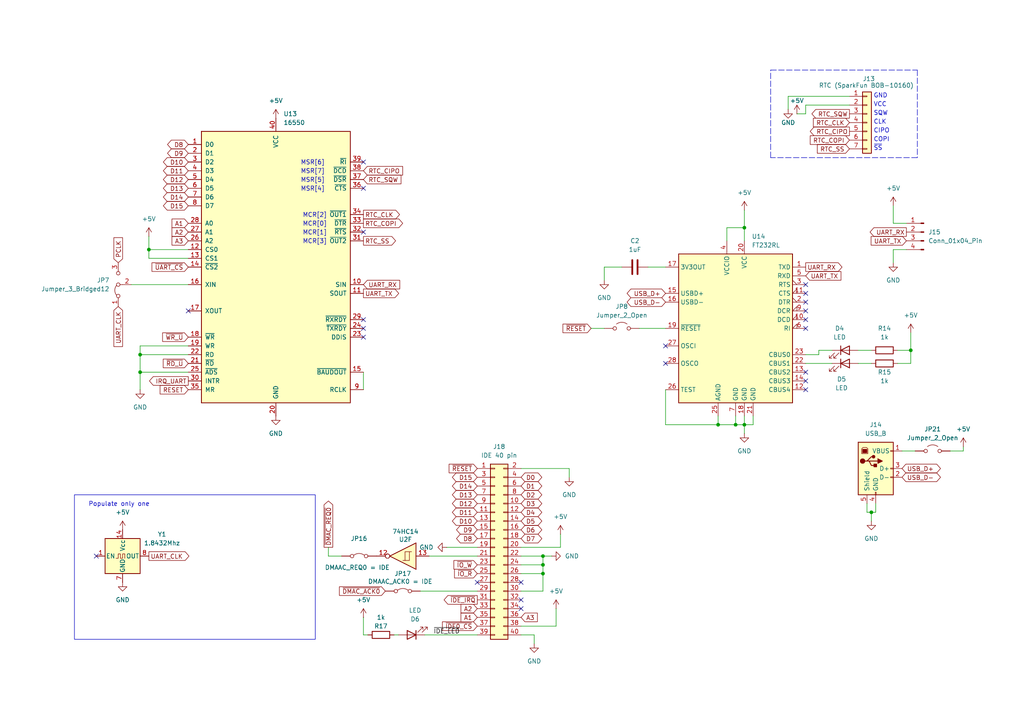
<source format=kicad_sch>
(kicad_sch (version 20250114) (generator "eeschema") (generator_version "9.0")
  (paper "A4")
  (lib_symbols
    (symbol "74xx:74HC14" (pin_names (offset 1.016))
      (property "Reference" "U" (at 0 1.27 0))
      (property "Value" "74HC14" (at 0 -1.27 0))
      (symbol "74HC14_1_0"
        (polyline (pts (xy -3.81 3.81) (xy -3.81 -3.81) (xy 3.81 0) (xy -3.81 3.81)) (stroke (width 0.254)) (fill (type background)))
        (pin input line (at -7.62 0 0) (length 3.81) (name "~") (number "1"))
        (pin output inverted (at 7.62 0 180) (length 3.81) (name "~") (number "2"))
      )
      (symbol "74HC14_1_1"
        (polyline (pts (xy -2.54 -1.27) (xy -0.635 -1.27) (xy -0.635 1.27) (xy 0 1.27)))
        (polyline (pts (xy -1.905 -1.27) (xy -1.905 1.27) (xy -0.635 1.27)))
      )
      (symbol "74HC14_2_0"
        (polyline (pts (xy -3.81 3.81) (xy -3.81 -3.81) (xy 3.81 0) (xy -3.81 3.81)) (stroke (width 0.254)) (fill (type background)))
        (pin input line (at -7.62 0 0) (length 3.81) (name "~") (number "3"))
        (pin output inverted (at 7.62 0 180) (length 3.81) (name "~") (number "4"))
      )
      (symbol "74HC14_2_1"
        (polyline (pts (xy -2.54 -1.27) (xy -0.635 -1.27) (xy -0.635 1.27) (xy 0 1.27)))
        (polyline (pts (xy -1.905 -1.27) (xy -1.905 1.27) (xy -0.635 1.27)))
      )
      (symbol "74HC14_3_0"
        (polyline (pts (xy -3.81 3.81) (xy -3.81 -3.81) (xy 3.81 0) (xy -3.81 3.81)) (stroke (width 0.254)) (fill (type background)))
        (pin input line (at -7.62 0 0) (length 3.81) (name "~") (number "5"))
        (pin output inverted (at 7.62 0 180) (length 3.81) (name "~") (number "6"))
      )
      (symbol "74HC14_3_1"
        (polyline (pts (xy -2.54 -1.27) (xy -0.635 -1.27) (xy -0.635 1.27) (xy 0 1.27)))
        (polyline (pts (xy -1.905 -1.27) (xy -1.905 1.27) (xy -0.635 1.27)))
      )
      (symbol "74HC14_4_0"
        (polyline (pts (xy -3.81 3.81) (xy -3.81 -3.81) (xy 3.81 0) (xy -3.81 3.81)) (stroke (width 0.254)) (fill (type background)))
        (pin input line (at -7.62 0 0) (length 3.81) (name "~") (number "9"))
        (pin output inverted (at 7.62 0 180) (length 3.81) (name "~") (number "8"))
      )
      (symbol "74HC14_4_1"
        (polyline (pts (xy -2.54 -1.27) (xy -0.635 -1.27) (xy -0.635 1.27) (xy 0 1.27)))
        (polyline (pts (xy -1.905 -1.27) (xy -1.905 1.27) (xy -0.635 1.27)))
      )
      (symbol "74HC14_5_0"
        (polyline (pts (xy -3.81 3.81) (xy -3.81 -3.81) (xy 3.81 0) (xy -3.81 3.81)) (stroke (width 0.254)) (fill (type background)))
        (pin input line (at -7.62 0 0) (length 3.81) (name "~") (number "11"))
        (pin output inverted (at 7.62 0 180) (length 3.81) (name "~") (number "10"))
      )
      (symbol "74HC14_5_1"
        (polyline (pts (xy -2.54 -1.27) (xy -0.635 -1.27) (xy -0.635 1.27) (xy 0 1.27)))
        (polyline (pts (xy -1.905 -1.27) (xy -1.905 1.27) (xy -0.635 1.27)))
      )
      (symbol "74HC14_6_0"
        (polyline (pts (xy -3.81 3.81) (xy -3.81 -3.81) (xy 3.81 0) (xy -3.81 3.81)) (stroke (width 0.254)) (fill (type background)))
        (pin input line (at -7.62 0 0) (length 3.81) (name "~") (number "13"))
        (pin output inverted (at 7.62 0 180) (length 3.81) (name "~") (number "12"))
      )
      (symbol "74HC14_6_1"
        (polyline (pts (xy -2.54 -1.27) (xy -0.635 -1.27) (xy -0.635 1.27) (xy 0 1.27)))
        (polyline (pts (xy -1.905 -1.27) (xy -1.905 1.27) (xy -0.635 1.27)))
      )
      (symbol "74HC14_7_0"
        (pin power_in line (at 0 12.7 270) (length 5.08) (name "VCC") (number "14"))
        (pin power_in line (at 0 -12.7 90) (length 5.08) (name "GND") (number "7"))
      )
      (symbol "74HC14_7_1"
        (rectangle (start -5.08 7.62) (end 5.08 -7.62) (stroke (width 0.254)) (fill (type background)))
      )
    )
    (symbol "Connector:Conn_01x04_Pin" (pin_names (offset 1.016) (hide yes))
      (property "Reference" "J" (at 0 5.08 0))
      (property "Value" "Conn_01x04_Pin" (at 0 -7.62 0))
      (symbol "Conn_01x04_Pin_1_1"
        (rectangle (start 0.8636 2.667) (end 0 2.413) (stroke (width 0.1524)) (fill (type outline)))
        (rectangle (start 0.8636 0.127) (end 0 -0.127) (stroke (width 0.1524)) (fill (type outline)))
        (rectangle (start 0.8636 -2.413) (end 0 -2.667) (stroke (width 0.1524)) (fill (type outline)))
        (rectangle (start 0.8636 -4.953) (end 0 -5.207) (stroke (width 0.1524)) (fill (type outline)))
        (polyline (pts (xy 1.27 2.54) (xy 0.8636 2.54)) (stroke (width 0.1524)))
        (polyline (pts (xy 1.27 0) (xy 0.8636 0)) (stroke (width 0.1524)))
        (polyline (pts (xy 1.27 -2.54) (xy 0.8636 -2.54)) (stroke (width 0.1524)))
        (polyline (pts (xy 1.27 -5.08) (xy 0.8636 -5.08)) (stroke (width 0.1524)))
        (pin passive line (at 5.08 2.54 180) (length 3.81) (name "Pin_1") (number "1"))
        (pin passive line (at 5.08 0 180) (length 3.81) (name "Pin_2") (number "2"))
        (pin passive line (at 5.08 -2.54 180) (length 3.81) (name "Pin_3") (number "3"))
        (pin passive line (at 5.08 -5.08 180) (length 3.81) (name "Pin_4") (number "4"))
      )
    )
    (symbol "Connector:USB_B" (pin_names (offset 1.016))
      (property "Reference" "J" (at -5.08 11.43 0))
      (property "Value" "USB_B" (at -5.08 8.89 0))
      (symbol "USB_B_0_1"
        (rectangle (start -5.08 -7.62) (end 5.08 7.62) (stroke (width 0.254)) (fill (type background)))
        (polyline (pts (xy -4.064 4.318) (xy -2.286 4.318) (xy -2.286 5.715) (xy -2.667 6.096) (xy -3.683 6.096) (xy -4.064 5.715) (xy -4.064 4.318)))
        (rectangle (start -3.81 5.588) (end -2.54 4.572) (fill (type outline)))
        (circle (center -3.81 2.159) (radius 0.635) (stroke (width 0.254)) (fill (type outline)))
        (polyline (pts (xy -3.175 2.159) (xy -2.54 2.159) (xy -1.27 3.429) (xy -0.635 3.429)) (stroke (width 0.254)))
        (polyline (pts (xy -2.54 2.159) (xy -1.905 2.159) (xy -1.27 0.889) (xy 0 0.889)) (stroke (width 0.254)))
        (polyline (pts (xy -1.905 2.159) (xy 0.635 2.159)) (stroke (width 0.254)))
        (circle (center -0.635 3.429) (radius 0.381) (stroke (width 0.254)) (fill (type outline)))
        (rectangle (start -0.127 -7.62) (end 0.127 -6.858))
        (rectangle (start 0.254 1.27) (end -0.508 0.508) (stroke (width 0.254)) (fill (type outline)))
        (polyline (pts (xy 0.635 2.794) (xy 0.635 1.524) (xy 1.905 2.159) (xy 0.635 2.794)) (stroke (width 0.254)) (fill (type outline)))
        (rectangle (start 5.08 4.953) (end 4.318 5.207))
        (rectangle (start 5.08 -0.127) (end 4.318 0.127))
        (rectangle (start 5.08 -2.667) (end 4.318 -2.413))
      )
      (symbol "USB_B_1_1"
        (pin passive line (at -2.54 -10.16 90) (length 2.54) (name "Shield") (number "5"))
        (pin power_out line (at 0 -10.16 90) (length 2.54) (name "GND") (number "4"))
        (pin power_out line (at 7.62 5.08 180) (length 2.54) (name "VBUS") (number "1"))
        (pin bidirectional line (at 7.62 0 180) (length 2.54) (name "D+") (number "3"))
        (pin bidirectional line (at 7.62 -2.54 180) (length 2.54) (name "D-") (number "2"))
      )
    )
    (symbol "Connector_Generic:Conn_01x07" (pin_names (offset 1.016) (hide yes))
      (property "Reference" "J" (at 0 10.16 0))
      (property "Value" "Conn_01x07" (at 0 -10.16 0))
      (symbol "Conn_01x07_1_1"
        (rectangle (start -1.27 8.89) (end 1.27 -8.89) (stroke (width 0.254)) (fill (type background)))
        (rectangle (start -1.27 7.747) (end 0 7.493) (stroke (width 0.1524)))
        (rectangle (start -1.27 5.207) (end 0 4.953) (stroke (width 0.1524)))
        (rectangle (start -1.27 2.667) (end 0 2.413) (stroke (width 0.1524)))
        (rectangle (start -1.27 0.127) (end 0 -0.127) (stroke (width 0.1524)))
        (rectangle (start -1.27 -2.413) (end 0 -2.667) (stroke (width 0.1524)))
        (rectangle (start -1.27 -4.953) (end 0 -5.207) (stroke (width 0.1524)))
        (rectangle (start -1.27 -7.493) (end 0 -7.747) (stroke (width 0.1524)))
        (pin passive line (at -5.08 7.62 0) (length 3.81) (name "Pin_1") (number "1"))
        (pin passive line (at -5.08 5.08 0) (length 3.81) (name "Pin_2") (number "2"))
        (pin passive line (at -5.08 2.54 0) (length 3.81) (name "Pin_3") (number "3"))
        (pin passive line (at -5.08 0 0) (length 3.81) (name "Pin_4") (number "4"))
        (pin passive line (at -5.08 -2.54 0) (length 3.81) (name "Pin_5") (number "5"))
        (pin passive line (at -5.08 -5.08 0) (length 3.81) (name "Pin_6") (number "6"))
        (pin passive line (at -5.08 -7.62 0) (length 3.81) (name "Pin_7") (number "7"))
      )
    )
    (symbol "Connector_Generic:Conn_02x20_Odd_Even" (pin_names (offset 1.016) (hide yes))
      (property "Reference" "J" (at 1.27 25.4 0))
      (property "Value" "Conn_02x20_Odd_Even" (at 1.27 -27.94 0))
      (symbol "Conn_02x20_Odd_Even_1_1"
        (rectangle (start -1.27 24.13) (end 3.81 -26.67) (stroke (width 0.254)) (fill (type background)))
        (rectangle (start -1.27 22.987) (end 0 22.733) (stroke (width 0.1524)))
        (rectangle (start -1.27 20.447) (end 0 20.193) (stroke (width 0.1524)))
        (rectangle (start -1.27 17.907) (end 0 17.653) (stroke (width 0.1524)))
        (rectangle (start -1.27 15.367) (end 0 15.113) (stroke (width 0.1524)))
        (rectangle (start -1.27 12.827) (end 0 12.573) (stroke (width 0.1524)))
        (rectangle (start -1.27 10.287) (end 0 10.033) (stroke (width 0.1524)))
        (rectangle (start -1.27 7.747) (end 0 7.493) (stroke (width 0.1524)))
        (rectangle (start -1.27 5.207) (end 0 4.953) (stroke (width 0.1524)))
        (rectangle (start -1.27 2.667) (end 0 2.413) (stroke (width 0.1524)))
        (rectangle (start -1.27 0.127) (end 0 -0.127) (stroke (width 0.1524)))
        (rectangle (start -1.27 -2.413) (end 0 -2.667) (stroke (width 0.1524)))
        (rectangle (start -1.27 -4.953) (end 0 -5.207) (stroke (width 0.1524)))
        (rectangle (start -1.27 -7.493) (end 0 -7.747) (stroke (width 0.1524)))
        (rectangle (start -1.27 -10.033) (end 0 -10.287) (stroke (width 0.1524)))
        (rectangle (start -1.27 -12.573) (end 0 -12.827) (stroke (width 0.1524)))
        (rectangle (start -1.27 -15.113) (end 0 -15.367) (stroke (width 0.1524)))
        (rectangle (start -1.27 -17.653) (end 0 -17.907) (stroke (width 0.1524)))
        (rectangle (start -1.27 -20.193) (end 0 -20.447) (stroke (width 0.1524)))
        (rectangle (start -1.27 -22.733) (end 0 -22.987) (stroke (width 0.1524)))
        (rectangle (start -1.27 -25.273) (end 0 -25.527) (stroke (width 0.1524)))
        (rectangle (start 3.81 22.987) (end 2.54 22.733) (stroke (width 0.1524)))
        (rectangle (start 3.81 20.447) (end 2.54 20.193) (stroke (width 0.1524)))
        (rectangle (start 3.81 17.907) (end 2.54 17.653) (stroke (width 0.1524)))
        (rectangle (start 3.81 15.367) (end 2.54 15.113) (stroke (width 0.1524)))
        (rectangle (start 3.81 12.827) (end 2.54 12.573) (stroke (width 0.1524)))
        (rectangle (start 3.81 10.287) (end 2.54 10.033) (stroke (width 0.1524)))
        (rectangle (start 3.81 7.747) (end 2.54 7.493) (stroke (width 0.1524)))
        (rectangle (start 3.81 5.207) (end 2.54 4.953) (stroke (width 0.1524)))
        (rectangle (start 3.81 2.667) (end 2.54 2.413) (stroke (width 0.1524)))
        (rectangle (start 3.81 0.127) (end 2.54 -0.127) (stroke (width 0.1524)))
        (rectangle (start 3.81 -2.413) (end 2.54 -2.667) (stroke (width 0.1524)))
        (rectangle (start 3.81 -4.953) (end 2.54 -5.207) (stroke (width 0.1524)))
        (rectangle (start 3.81 -7.493) (end 2.54 -7.747) (stroke (width 0.1524)))
        (rectangle (start 3.81 -10.033) (end 2.54 -10.287) (stroke (width 0.1524)))
        (rectangle (start 3.81 -12.573) (end 2.54 -12.827) (stroke (width 0.1524)))
        (rectangle (start 3.81 -15.113) (end 2.54 -15.367) (stroke (width 0.1524)))
        (rectangle (start 3.81 -17.653) (end 2.54 -17.907) (stroke (width 0.1524)))
        (rectangle (start 3.81 -20.193) (end 2.54 -20.447) (stroke (width 0.1524)))
        (rectangle (start 3.81 -22.733) (end 2.54 -22.987) (stroke (width 0.1524)))
        (rectangle (start 3.81 -25.273) (end 2.54 -25.527) (stroke (width 0.1524)))
        (pin passive line (at -5.08 22.86 0) (length 3.81) (name "Pin_1") (number "1"))
        (pin passive line (at -5.08 20.32 0) (length 3.81) (name "Pin_3") (number "3"))
        (pin passive line (at -5.08 17.78 0) (length 3.81) (name "Pin_5") (number "5"))
        (pin passive line (at -5.08 15.24 0) (length 3.81) (name "Pin_7") (number "7"))
        (pin passive line (at -5.08 12.7 0) (length 3.81) (name "Pin_9") (number "9"))
        (pin passive line (at -5.08 10.16 0) (length 3.81) (name "Pin_11") (number "11"))
        (pin passive line (at -5.08 7.62 0) (length 3.81) (name "Pin_13") (number "13"))
        (pin passive line (at -5.08 5.08 0) (length 3.81) (name "Pin_15") (number "15"))
        (pin passive line (at -5.08 2.54 0) (length 3.81) (name "Pin_17") (number "17"))
        (pin passive line (at -5.08 0 0) (length 3.81) (name "Pin_19") (number "19"))
        (pin passive line (at -5.08 -2.54 0) (length 3.81) (name "Pin_21") (number "21"))
        (pin passive line (at -5.08 -5.08 0) (length 3.81) (name "Pin_23") (number "23"))
        (pin passive line (at -5.08 -7.62 0) (length 3.81) (name "Pin_25") (number "25"))
        (pin passive line (at -5.08 -10.16 0) (length 3.81) (name "Pin_27") (number "27"))
        (pin passive line (at -5.08 -12.7 0) (length 3.81) (name "Pin_29") (number "29"))
        (pin passive line (at -5.08 -15.24 0) (length 3.81) (name "Pin_31") (number "31"))
        (pin passive line (at -5.08 -17.78 0) (length 3.81) (name "Pin_33") (number "33"))
        (pin passive line (at -5.08 -20.32 0) (length 3.81) (name "Pin_35") (number "35"))
        (pin passive line (at -5.08 -22.86 0) (length 3.81) (name "Pin_37") (number "37"))
        (pin passive line (at -5.08 -25.4 0) (length 3.81) (name "Pin_39") (number "39"))
        (pin passive line (at 7.62 22.86 180) (length 3.81) (name "Pin_2") (number "2"))
        (pin passive line (at 7.62 20.32 180) (length 3.81) (name "Pin_4") (number "4"))
        (pin passive line (at 7.62 17.78 180) (length 3.81) (name "Pin_6") (number "6"))
        (pin passive line (at 7.62 15.24 180) (length 3.81) (name "Pin_8") (number "8"))
        (pin passive line (at 7.62 12.7 180) (length 3.81) (name "Pin_10") (number "10"))
        (pin passive line (at 7.62 10.16 180) (length 3.81) (name "Pin_12") (number "12"))
        (pin passive line (at 7.62 7.62 180) (length 3.81) (name "Pin_14") (number "14"))
        (pin passive line (at 7.62 5.08 180) (length 3.81) (name "Pin_16") (number "16"))
        (pin passive line (at 7.62 2.54 180) (length 3.81) (name "Pin_18") (number "18"))
        (pin passive line (at 7.62 0 180) (length 3.81) (name "Pin_20") (number "20"))
        (pin passive line (at 7.62 -2.54 180) (length 3.81) (name "Pin_22") (number "22"))
        (pin passive line (at 7.62 -5.08 180) (length 3.81) (name "Pin_24") (number "24"))
        (pin passive line (at 7.62 -7.62 180) (length 3.81) (name "Pin_26") (number "26"))
        (pin passive line (at 7.62 -10.16 180) (length 3.81) (name "Pin_28") (number "28"))
        (pin passive line (at 7.62 -12.7 180) (length 3.81) (name "Pin_30") (number "30"))
        (pin passive line (at 7.62 -15.24 180) (length 3.81) (name "Pin_32") (number "32"))
        (pin passive line (at 7.62 -17.78 180) (length 3.81) (name "Pin_34") (number "34"))
        (pin passive line (at 7.62 -20.32 180) (length 3.81) (name "Pin_36") (number "36"))
        (pin passive line (at 7.62 -22.86 180) (length 3.81) (name "Pin_38") (number "38"))
        (pin passive line (at 7.62 -25.4 180) (length 3.81) (name "Pin_40") (number "40"))
      )
    )
    (symbol "Device:C" (pin_numbers (hide yes)) (pin_names (offset 0.254))
      (property "Reference" "C" (at 0.635 2.54 0))
      (property "Value" "C" (at 0.635 -2.54 0))
      (symbol "C_0_1"
        (polyline (pts (xy -2.032 0.762) (xy 2.032 0.762)) (stroke (width 0.508)))
        (polyline (pts (xy -2.032 -0.762) (xy 2.032 -0.762)) (stroke (width 0.508)))
      )
      (symbol "C_1_1"
        (pin passive line (at 0 3.81 270) (length 2.794) (name "~") (number "1"))
        (pin passive line (at 0 -3.81 90) (length 2.794) (name "~") (number "2"))
      )
    )
    (symbol "Device:LED" (pin_numbers (hide yes)) (pin_names (offset 1.016) (hide yes))
      (property "Reference" "D" (at 0 2.54 0))
      (property "Value" "LED" (at 0 -2.54 0))
      (symbol "LED_0_1"
        (polyline (pts (xy -3.048 -0.762) (xy -4.572 -2.286) (xy -3.81 -2.286) (xy -4.572 -2.286) (xy -4.572 -1.524)))
        (polyline (pts (xy -1.778 -0.762) (xy -3.302 -2.286) (xy -2.54 -2.286) (xy -3.302 -2.286) (xy -3.302 -1.524)))
        (polyline (pts (xy -1.27 0) (xy 1.27 0)))
        (polyline (pts (xy -1.27 -1.27) (xy -1.27 1.27)) (stroke (width 0.254)))
        (polyline (pts (xy 1.27 -1.27) (xy 1.27 1.27) (xy -1.27 0) (xy 1.27 -1.27)) (stroke (width 0.254)))
      )
      (symbol "LED_1_1"
        (pin passive line (at -3.81 0 0) (length 2.54) (name "K") (number "1"))
        (pin passive line (at 3.81 0 180) (length 2.54) (name "A") (number "2"))
      )
    )
    (symbol "Device:R" (pin_numbers (hide yes)) (pin_names (offset 0))
      (property "Reference" "R" (at 2.032 0 90))
      (property "Value" "R" (at 0 0 90))
      (symbol "R_0_1"
        (rectangle (start -1.016 -2.54) (end 1.016 2.54) (stroke (width 0.254)))
      )
      (symbol "R_1_1"
        (pin passive line (at 0 3.81 270) (length 1.27) (name "~") (number "1"))
        (pin passive line (at 0 -3.81 90) (length 1.27) (name "~") (number "2"))
      )
    )
    (symbol "GND_1" (power) (pin_numbers (hide yes)) (pin_names (offset 0) (hide yes))
      (property "Value" "GND" (at 0 -3.81 0))
      (symbol "GND_1_0_1"
        (polyline (pts (xy 0 0) (xy 0 -1.27) (xy 1.27 -1.27) (xy 0 -2.54) (xy -1.27 -1.27) (xy 0 -1.27)))
      )
      (symbol "GND_1_1_1"
        (pin power_in line (at 0 0 270) (length 0) (name "~") (number "1"))
      )
    )
    (symbol "Interface_UART:16550" (pin_names (offset 1.016))
      (property "Reference" "U" (at -21.59 40.64 0))
      (property "Value" "16550" (at 15.24 40.64 0))
      (symbol "16550_0_1"
        (rectangle (start -21.59 -39.37) (end 21.59 39.37) (stroke (width 0.254)) (fill (type background)))
      )
      (symbol "16550_1_1"
        (pin bidirectional line (at -25.4 35.56 0) (length 3.81) (name "D0") (number "1"))
        (pin bidirectional line (at -25.4 33.02 0) (length 3.81) (name "D1") (number "2"))
        (pin bidirectional line (at -25.4 30.48 0) (length 3.81) (name "D2") (number "3"))
        (pin bidirectional line (at -25.4 27.94 0) (length 3.81) (name "D3") (number "4"))
        (pin bidirectional line (at -25.4 25.4 0) (length 3.81) (name "D4") (number "5"))
        (pin bidirectional line (at -25.4 22.86 0) (length 3.81) (name "D5") (number "6"))
        (pin bidirectional line (at -25.4 20.32 0) (length 3.81) (name "D6") (number "7"))
        (pin bidirectional line (at -25.4 17.78 0) (length 3.81) (name "D7") (number "8"))
        (pin input line (at -25.4 12.7 0) (length 3.81) (name "A0") (number "28"))
        (pin input line (at -25.4 10.16 0) (length 3.81) (name "A1") (number "27"))
        (pin input line (at -25.4 7.62 0) (length 3.81) (name "A2") (number "26"))
        (pin input line (at -25.4 5.08 0) (length 3.81) (name "CS0") (number "12"))
        (pin input line (at -25.4 2.54 0) (length 3.81) (name "CS1") (number "13"))
        (pin input line (at -25.4 0 0) (length 3.81) (name "~{CS2}") (number "14"))
        (pin input line (at -25.4 -5.08 0) (length 3.81) (name "XIN") (number "16"))
        (pin output line (at -25.4 -12.7 0) (length 3.81) (name "XOUT") (number "17"))
        (pin input line (at -25.4 -20.32 0) (length 3.81) (name "~{WR}") (number "18"))
        (pin input line (at -25.4 -22.86 0) (length 3.81) (name "WR") (number "19"))
        (pin input line (at -25.4 -25.4 0) (length 3.81) (name "RD") (number "22"))
        (pin input line (at -25.4 -27.94 0) (length 3.81) (name "~{RD}") (number "21"))
        (pin input line (at -25.4 -30.48 0) (length 3.81) (name "~{ADS}") (number "25"))
        (pin output line (at -25.4 -33.02 0) (length 3.81) (name "INTR") (number "30"))
        (pin input line (at -25.4 -35.56 0) (length 3.81) (name "MR") (number "35"))
        (pin power_in line (at 0 43.18 270) (length 3.81) (name "VCC") (number "40"))
        (pin power_in line (at 0 -43.18 90) (length 3.81) (name "GND") (number "20"))
        (pin input line (at 25.4 30.48 180) (length 3.81) (name "~{RI}") (number "39"))
        (pin input line (at 25.4 27.94 180) (length 3.81) (name "~{DCD}") (number "38"))
        (pin input line (at 25.4 25.4 180) (length 3.81) (name "~{DSR}") (number "37"))
        (pin input line (at 25.4 22.86 180) (length 3.81) (name "~{CTS}") (number "36"))
        (pin output line (at 25.4 15.24 180) (length 3.81) (name "~{OUT1}") (number "34"))
        (pin output line (at 25.4 12.7 180) (length 3.81) (name "~{DTR}") (number "33"))
        (pin output line (at 25.4 10.16 180) (length 3.81) (name "~{RTS}") (number "32"))
        (pin output line (at 25.4 7.62 180) (length 3.81) (name "~{OUT2}") (number "31"))
        (pin input line (at 25.4 -5.08 180) (length 3.81) (name "SIN") (number "10"))
        (pin output line (at 25.4 -7.62 180) (length 3.81) (name "SOUT") (number "11"))
        (pin output line (at 25.4 -15.24 180) (length 3.81) (name "~{RXRDY}") (number "29"))
        (pin output line (at 25.4 -17.78 180) (length 3.81) (name "~{TXRDY}") (number "24"))
        (pin output line (at 25.4 -20.32 180) (length 3.81) (name "DDIS") (number "23"))
        (pin output line (at 25.4 -30.48 180) (length 3.81) (name "~{BAUDOUT}") (number "15"))
        (pin input line (at 25.4 -35.56 180) (length 3.81) (name "RCLK") (number "9"))
      )
    )
    (symbol "Interface_USB:FT232RL"
      (property "Reference" "U" (at -16.51 22.86 0))
      (property "Value" "FT232RL" (at 10.16 22.86 0))
      (symbol "FT232RL_0_1"
        (rectangle (start -16.51 21.59) (end 16.51 -21.59) (stroke (width 0.254)) (fill (type background)))
      )
      (symbol "FT232RL_1_1"
        (pin power_out line (at -20.32 17.78 0) (length 3.81) (name "3V3OUT") (number "17"))
        (pin bidirectional line (at -20.32 10.16 0) (length 3.81) (name "USBD+") (number "15"))
        (pin bidirectional line (at -20.32 7.62 0) (length 3.81) (name "USBD-") (number "16"))
        (pin input line (at -20.32 0 0) (length 3.81) (name "~{RESET}") (number "19"))
        (pin input line (at -20.32 -5.08 0) (length 3.81) (name "OSCI") (number "27"))
        (pin output line (at -20.32 -10.16 0) (length 3.81) (name "OSCO") (number "28"))
        (pin input line (at -20.32 -17.78 0) (length 3.81) (name "TEST") (number "26"))
        (pin power_in line (at -5.08 -25.4 90) (length 3.81) (name "AGND") (number "25"))
        (pin power_in line (at -2.54 25.4 270) (length 3.81) (name "VCCIO") (number "4"))
        (pin power_in line (at 0 -25.4 90) (length 3.81) (name "GND") (number "7"))
        (pin power_in line (at 2.54 25.4 270) (length 3.81) (name "VCC") (number "20"))
        (pin power_in line (at 2.54 -25.4 90) (length 3.81) (name "GND") (number "18"))
        (pin power_in line (at 5.08 -25.4 90) (length 3.81) (name "GND") (number "21"))
        (pin output line (at 20.32 17.78 180) (length 3.81) (name "TXD") (number "1"))
        (pin input line (at 20.32 15.24 180) (length 3.81) (name "RXD") (number "5"))
        (pin output output_low (at 20.32 12.7 180) (length 3.81) (name "RTS") (number "3"))
        (pin input input_low (at 20.32 10.16 180) (length 3.81) (name "CTS") (number "11"))
        (pin output output_low (at 20.32 7.62 180) (length 3.81) (name "DTR") (number "2"))
        (pin input input_low (at 20.32 5.08 180) (length 3.81) (name "DCR") (number "9"))
        (pin input input_low (at 20.32 2.54 180) (length 3.81) (name "DCD") (number "10"))
        (pin input input_low (at 20.32 0 180) (length 3.81) (name "RI") (number "6"))
        (pin bidirectional line (at 20.32 -7.62 180) (length 3.81) (name "CBUS0") (number "23"))
        (pin bidirectional line (at 20.32 -10.16 180) (length 3.81) (name "CBUS1") (number "22"))
        (pin bidirectional line (at 20.32 -12.7 180) (length 3.81) (name "CBUS2") (number "13"))
        (pin bidirectional line (at 20.32 -15.24 180) (length 3.81) (name "CBUS3") (number "14"))
        (pin bidirectional line (at 20.32 -17.78 180) (length 3.81) (name "CBUS4") (number "12"))
      )
    )
    (symbol "Jumper:Jumper_2_Bridged" (pin_numbers (hide yes)) (pin_names (offset 0) (hide yes))
      (property "Reference" "JP" (at 0 1.905 0))
      (property "Value" "Jumper_2_Bridged" (at 0 -2.54 0))
      (symbol "Jumper_2_Bridged_0_0"
        (circle (center -2.032 0) (radius 0.508))
        (circle (center 2.032 0) (radius 0.508))
      )
      (symbol "Jumper_2_Bridged_0_1"
        (arc (start -1.524 0.254) (mid 0 0.762) (end 1.524 0.254))
      )
      (symbol "Jumper_2_Bridged_1_1"
        (pin passive line (at -5.08 0 0) (length 2.54) (name "A") (number "1"))
        (pin passive line (at 5.08 0 180) (length 2.54) (name "B") (number "2"))
      )
    )
    (symbol "Jumper:Jumper_2_Open" (pin_numbers (hide yes)) (pin_names (offset 0) (hide yes))
      (property "Reference" "JP" (at 0 2.794 0))
      (property "Value" "Jumper_2_Open" (at 0 -2.286 0))
      (symbol "Jumper_2_Open_0_0"
        (circle (center -2.032 0) (radius 0.508))
        (circle (center 2.032 0) (radius 0.508))
      )
      (symbol "Jumper_2_Open_0_1"
        (arc (start -1.524 1.27) (mid 0 1.778) (end 1.524 1.27))
      )
      (symbol "Jumper_2_Open_1_1"
        (pin passive line (at -5.08 0 0) (length 2.54) (name "A") (number "1"))
        (pin passive line (at 5.08 0 180) (length 2.54) (name "B") (number "2"))
      )
    )
    (symbol "Jumper:Jumper_3_Bridged12" (pin_names (offset 0) (hide yes)) (in_bom no)
      (property "Reference" "JP" (at -2.54 -2.54 0))
      (property "Value" "Jumper_3_Bridged12" (at 0 2.794 0))
      (symbol "Jumper_3_Bridged12_0_0"
        (circle (center -3.302 0) (radius 0.508))
        (circle (center 0 0) (radius 0.508))
        (circle (center 3.302 0) (radius 0.508))
      )
      (symbol "Jumper_3_Bridged12_0_1"
        (arc (start -3.048 0.508) (mid -1.651 0.9912) (end -0.254 0.508))
        (polyline (pts (xy 0 -1.27) (xy 0 -0.508)))
      )
      (symbol "Jumper_3_Bridged12_1_1"
        (pin passive line (at -6.35 0 0) (length 2.54) (name "A") (number "1"))
        (pin passive line (at 0 -3.81 90) (length 2.54) (name "C") (number "2"))
        (pin passive line (at 6.35 0 180) (length 2.54) (name "B") (number "3"))
      )
    )
    (symbol "Oscillator:CXO_DIP14" (pin_names (offset 0.254))
      (property "Reference" "Y" (at -5.08 6.35 0))
      (property "Value" "CXO_DIP14" (at 1.27 -6.35 0))
      (symbol "CXO_DIP14_0_1"
        (rectangle (start -5.08 5.08) (end 5.08 -5.08) (stroke (width 0.254)) (fill (type background)))
        (polyline (pts (xy -1.905 -0.635) (xy -1.27 -0.635) (xy -1.27 0.635) (xy -0.635 0.635) (xy -0.635 -0.635) (xy 0 -0.635) (xy 0 0.635) (xy 0.635 0.635) (xy 0.635 -0.635)))
      )
      (symbol "CXO_DIP14_1_1"
        (pin input line (at -7.62 0 0) (length 2.54) (name "EN") (number "1"))
        (pin power_in line (at 0 7.62 270) (length 2.54) (name "Vcc") (number "14"))
        (pin power_in line (at 0 -7.62 90) (length 2.54) (name "GND") (number "7"))
        (pin output line (at 7.62 0 180) (length 2.54) (name "OUT") (number "8"))
      )
    )
    (symbol "power:+5V" (power) (pin_numbers (hide yes)) (pin_names (offset 0) (hide yes))
      (property "Value" "+5V" (at 0 3.556 0))
      (symbol "+5V_0_1"
        (polyline (pts (xy -0.762 1.27) (xy 0 2.54)))
        (polyline (pts (xy 0 2.54) (xy 0.762 1.27)))
        (polyline (pts (xy 0 0) (xy 0 2.54)))
      )
      (symbol "+5V_1_1"
        (pin power_in line (at 0 0 90) (length 0) (name "~") (number "1"))
      )
    )
    (symbol "power:GND" (power) (pin_numbers (hide yes)) (pin_names (offset 0) (hide yes))
      (property "Value" "GND" (at 0 -3.81 0))
      (symbol "GND_0_1"
        (polyline (pts (xy 0 0) (xy 0 -1.27) (xy 1.27 -1.27) (xy 0 -2.54) (xy -1.27 -1.27) (xy 0 -1.27)))
      )
      (symbol "GND_1_1"
        (pin power_in line (at 0 0 270) (length 0) (name "~") (number "1"))
      )
    )
  )
  (rectangle (start 21.59 143.51) (end 91.44 185.42))
  (text "MSR[4]" (at 94.234 55.626 0) (effects (font (size 1.27 1.27)) (justify right bottom)))
  (text "~{SS}" (at 253.365 43.815 0) (effects (font (size 1.27 1.27)) (justify left bottom)))
  (text "MCR[1]" (at 94.869 68.326 0) (effects (font (size 1.27 1.27)) (justify right bottom)))
  (text "MCR[2]" (at 94.869 63.246 0) (effects (font (size 1.27 1.27)) (justify right bottom)))
  (text "VCC" (at 253.365 31.115 0) (effects (font (size 1.27 1.27)) (justify left bottom)))
  (text "MCR[0]" (at 94.869 65.786 0) (effects (font (size 1.27 1.27)) (justify right bottom)))
  (text "SQW" (at 253.365 33.655 0) (effects (font (size 1.27 1.27)) (justify left bottom)))
  (text "MSR[5]" (at 94.234 53.086 0) (effects (font (size 1.27 1.27)) (justify right bottom)))
  (text "CIPO" (at 253.365 38.735 0) (effects (font (size 1.27 1.27)) (justify left bottom)))
  (text "MCR[3]" (at 94.869 70.866 0) (effects (font (size 1.27 1.27)) (justify right bottom)))
  (text "CLK" (at 253.365 36.195 0) (effects (font (size 1.27 1.27)) (justify left bottom)))
  (text "GND" (at 253.365 28.575 0) (effects (font (size 1.27 1.27)) (justify left bottom)))
  (text "COPI" (at 253.365 41.275 0) (effects (font (size 1.27 1.27)) (justify left bottom)))
  (text "MSR[6]" (at 94.234 48.006 0) (effects (font (size 1.27 1.27)) (justify right bottom)))
  (text "MSR[7]" (at 94.234 50.546 0) (effects (font (size 1.27 1.27)) (justify right bottom)))
  (text "Populate only one" (at 34.544 146.304 0) (effects (font (size 1.27 1.27))))
  (junction (at 213.36 123.19))
  (junction (at 157.48 163.83))
  (junction (at 252.73 148.59))
  (junction (at 264.16 101.6))
  (junction (at 215.9 66.04))
  (junction (at 157.48 161.29))
  (junction (at 40.64 107.95))
  (junction (at 208.28 123.19))
  (junction (at 215.9 123.19))
  (junction (at 43.18 72.39))
  (junction (at 157.48 166.37))
  (junction (at 40.64 102.87))
  (no_connect (at 151.13 168.91))
  (no_connect (at 105.41 54.61))
  (no_connect (at 105.41 67.31))
  (no_connect (at 105.41 97.79))
  (no_connect (at 193.04 105.41))
  (no_connect (at 193.04 100.33))
  (no_connect (at 233.68 107.95))
  (no_connect (at 151.13 173.99))
  (no_connect (at 233.68 92.71))
  (no_connect (at 105.41 95.25))
  (no_connect (at 233.68 110.49))
  (no_connect (at 233.68 87.63))
  (no_connect (at 105.41 92.71))
  (no_connect (at 151.13 176.53))
  (no_connect (at 138.43 168.91))
  (no_connect (at 233.68 85.09))
  (no_connect (at 105.41 46.99))
  (no_connect (at 233.68 113.03))
  (no_connect (at 27.94 161.29))
  (no_connect (at 233.68 90.17))
  (no_connect (at 54.61 90.17))
  (no_connect (at 233.68 82.55))
  (no_connect (at 233.68 95.25))
  (wire (pts (xy 105.41 107.95) (xy 105.41 113.03)))
  (wire (pts (xy 105.41 179.07) (xy 105.41 184.15)))
  (polyline (pts (xy 223.52 45.72) (xy 223.52 20.32)) (stroke (width 0) (type dash)))
  (wire (pts (xy 43.18 72.39) (xy 43.18 68.58)))
  (wire (pts (xy 54.61 100.33) (xy 40.64 100.33)))
  (wire (pts (xy 228.6 27.94) (xy 246.38 27.94)))
  (wire (pts (xy 279.4 130.81) (xy 275.59 130.81)))
  (wire (pts (xy 123.19 184.15) (xy 138.43 184.15)))
  (wire (pts (xy 260.35 101.6) (xy 264.16 101.6)))
  (wire (pts (xy 129.54 158.75) (xy 138.43 158.75)))
  (wire (pts (xy 218.44 120.65) (xy 218.44 123.19)))
  (wire (pts (xy 40.64 102.87) (xy 40.64 107.95)))
  (wire (pts (xy 208.28 123.19) (xy 193.04 123.19)))
  (wire (pts (xy 162.56 158.75) (xy 162.56 154.94)))
  (wire (pts (xy 40.64 107.95) (xy 40.64 113.03)))
  (wire (pts (xy 185.42 95.25) (xy 193.04 95.25)))
  (wire (pts (xy 154.94 184.15) (xy 154.94 186.69)))
  (wire (pts (xy 251.46 146.05) (xy 251.46 148.59)))
  (wire (pts (xy 124.46 161.29) (xy 138.43 161.29)))
  (wire (pts (xy 259.08 72.39) (xy 262.89 72.39)))
  (wire (pts (xy 121.92 171.45) (xy 138.43 171.45)))
  (wire (pts (xy 151.13 158.75) (xy 162.56 158.75)))
  (wire (pts (xy 215.9 120.65) (xy 215.9 123.19)))
  (wire (pts (xy 151.13 184.15) (xy 154.94 184.15)))
  (wire (pts (xy 218.44 123.19) (xy 215.9 123.19)))
  (wire (pts (xy 264.16 105.41) (xy 260.35 105.41)))
  (wire (pts (xy 231.14 33.02) (xy 233.68 33.02)))
  (wire (pts (xy 213.36 120.65) (xy 213.36 123.19)))
  (wire (pts (xy 237.49 102.87) (xy 237.49 101.6)))
  (wire (pts (xy 259.08 76.2) (xy 259.08 72.39)))
  (wire (pts (xy 264.16 96.52) (xy 264.16 101.6)))
  (wire (pts (xy 165.1 135.89) (xy 151.13 135.89)))
  (wire (pts (xy 161.29 176.53) (xy 161.29 181.61)))
  (wire (pts (xy 264.16 101.6) (xy 264.16 105.41)))
  (wire (pts (xy 248.92 101.6) (xy 252.73 101.6)))
  (wire (pts (xy 175.26 77.47) (xy 175.26 81.28)))
  (wire (pts (xy 43.18 72.39) (xy 54.61 72.39)))
  (wire (pts (xy 171.45 95.25) (xy 175.26 95.25)))
  (wire (pts (xy 279.4 129.54) (xy 279.4 130.81)))
  (wire (pts (xy 40.64 107.95) (xy 54.61 107.95)))
  (wire (pts (xy 193.04 123.19) (xy 193.04 113.03)))
  (polyline (pts (xy 223.52 20.32) (xy 266.065 20.32)) (stroke (width 0) (type dash)))
  (wire (pts (xy 157.48 163.83) (xy 157.48 161.29)))
  (wire (pts (xy 254 146.05) (xy 254 148.59)))
  (wire (pts (xy 40.64 100.33) (xy 40.64 102.87)))
  (wire (pts (xy 165.1 138.43) (xy 165.1 135.89)))
  (wire (pts (xy 215.9 123.19) (xy 215.9 125.73)))
  (wire (pts (xy 187.96 77.47) (xy 193.04 77.47)))
  (wire (pts (xy 233.68 102.87) (xy 237.49 102.87)))
  (wire (pts (xy 40.64 102.87) (xy 54.61 102.87)))
  (wire (pts (xy 210.82 66.04) (xy 215.9 66.04)))
  (wire (pts (xy 210.82 69.85) (xy 210.82 66.04)))
  (wire (pts (xy 213.36 123.19) (xy 208.28 123.19)))
  (wire (pts (xy 246.38 30.48) (xy 233.68 30.48)))
  (wire (pts (xy 237.49 101.6) (xy 241.3 101.6)))
  (wire (pts (xy 228.6 31.75) (xy 228.6 27.94)))
  (wire (pts (xy 160.02 161.29) (xy 157.48 161.29)))
  (wire (pts (xy 161.29 181.61) (xy 151.13 181.61)))
  (wire (pts (xy 215.9 66.04) (xy 215.9 69.85)))
  (wire (pts (xy 261.62 130.81) (xy 265.43 130.81)))
  (wire (pts (xy 233.68 105.41) (xy 241.3 105.41)))
  (wire (pts (xy 38.1 82.55) (xy 54.61 82.55)))
  (wire (pts (xy 114.3 184.15) (xy 115.57 184.15)))
  (wire (pts (xy 157.48 161.29) (xy 151.13 161.29)))
  (wire (pts (xy 208.28 120.65) (xy 208.28 123.19)))
  (wire (pts (xy 95.25 161.29) (xy 99.06 161.29)))
  (wire (pts (xy 252.73 148.59) (xy 252.73 151.13)))
  (wire (pts (xy 43.18 74.93) (xy 43.18 72.39)))
  (polyline (pts (xy 266.065 45.72) (xy 223.52 45.72)) (stroke (width 0) (type dash)))
  (wire (pts (xy 259.08 64.77) (xy 262.89 64.77)))
  (wire (pts (xy 254 148.59) (xy 252.73 148.59)))
  (wire (pts (xy 151.13 171.45) (xy 157.48 171.45)))
  (wire (pts (xy 251.46 148.59) (xy 252.73 148.59)))
  (wire (pts (xy 180.34 77.47) (xy 175.26 77.47)))
  (wire (pts (xy 151.13 166.37) (xy 157.48 166.37)))
  (wire (pts (xy 248.92 105.41) (xy 252.73 105.41)))
  (wire (pts (xy 259.08 59.69) (xy 259.08 64.77)))
  (wire (pts (xy 215.9 123.19) (xy 213.36 123.19)))
  (wire (pts (xy 151.13 163.83) (xy 157.48 163.83)))
  (wire (pts (xy 95.25 158.75) (xy 95.25 161.29)))
  (wire (pts (xy 54.61 74.93) (xy 43.18 74.93)))
  (wire (pts (xy 105.41 184.15) (xy 106.68 184.15)))
  (wire (pts (xy 157.48 166.37) (xy 157.48 163.83)))
  (wire (pts (xy 215.9 66.04) (xy 215.9 60.96)))
  (wire (pts (xy 233.68 30.48) (xy 233.68 33.02)))
  (wire (pts (xy 157.48 171.45) (xy 157.48 166.37)))
  (polyline (pts (xy 266.065 20.32) (xy 266.065 45.72)) (stroke (width 0) (type dash)))
  (label "~{IDE_LED}" (at 125.73 184.15 0))
  (global_label "~{IO_W}" (shape input) (at 138.43 163.83 180) (property "Intersheetrefs" "${INTERSHEET_REFS}" (effects (hide yes))))
  (global_label "RTC_CLK" (shape output) (at 105.41 62.23 0) (property "Intersheetrefs" "${INTERSHEET_REFS}" (effects (hide yes))))
  (global_label "D12" (shape bidirectional) (at 54.61 52.07 180) (property "Intersheetrefs" "${INTERSHEET_REFS}" (effects (hide yes))))
  (global_label "RTC_SS" (shape output) (at 105.41 69.85 0) (property "Intersheetrefs" "${INTERSHEET_REFS}" (effects (hide yes))))
  (global_label "D5" (shape bidirectional) (at 151.13 151.13 0) (property "Intersheetrefs" "${INTERSHEET_REFS}" (effects (hide yes))))
  (global_label "D15" (shape bidirectional) (at 54.61 59.69 180) (property "Intersheetrefs" "${INTERSHEET_REFS}" (effects (hide yes))))
  (global_label "UART_CLK" (shape input) (at 34.29 88.9 270) (property "Intersheetrefs" "${INTERSHEET_REFS}" (effects (hide yes))))
  (global_label "D12" (shape bidirectional) (at 138.43 146.05 180) (property "Intersheetrefs" "${INTERSHEET_REFS}" (effects (hide yes))))
  (global_label "RTC_COPI" (shape input) (at 246.38 40.64 180) (property "Intersheetrefs" "${INTERSHEET_REFS}" (effects (hide yes))))
  (global_label "UART_TX" (shape input) (at 262.89 69.85 180) (property "Intersheetrefs" "${INTERSHEET_REFS}" (effects (hide yes))))
  (global_label "D4" (shape bidirectional) (at 151.13 148.59 0) (property "Intersheetrefs" "${INTERSHEET_REFS}" (effects (hide yes))))
  (global_label "A3" (shape input) (at 54.61 69.85 180) (property "Intersheetrefs" "${INTERSHEET_REFS}" (effects (hide yes))))
  (global_label "UART_CLK" (shape output) (at 43.18 161.29 0) (property "Intersheetrefs" "${INTERSHEET_REFS}" (effects (hide yes))))
  (global_label "UART_RX" (shape output) (at 262.89 67.31 180) (property "Intersheetrefs" "${INTERSHEET_REFS}" (effects (hide yes))))
  (global_label "~{IDE_IRQ}" (shape output) (at 138.43 173.99 180) (property "Intersheetrefs" "${INTERSHEET_REFS}" (effects (hide yes))))
  (global_label "D6" (shape bidirectional) (at 151.13 153.67 0) (property "Intersheetrefs" "${INTERSHEET_REFS}" (effects (hide yes))))
  (global_label "IRQ_UART" (shape output) (at 54.61 110.49 180) (property "Intersheetrefs" "${INTERSHEET_REFS}" (effects (hide yes))))
  (global_label "D14" (shape bidirectional) (at 138.43 140.97 180) (property "Intersheetrefs" "${INTERSHEET_REFS}" (effects (hide yes))))
  (global_label "RTC_CIPO" (shape output) (at 246.38 38.1 180) (property "Intersheetrefs" "${INTERSHEET_REFS}" (effects (hide yes))))
  (global_label "D13" (shape bidirectional) (at 138.43 143.51 180) (property "Intersheetrefs" "${INTERSHEET_REFS}" (effects (hide yes))))
  (global_label "USB_D+" (shape bidirectional) (at 193.04 85.09 180) (property "Intersheetrefs" "${INTERSHEET_REFS}" (effects (hide yes))))
  (global_label "D0" (shape bidirectional) (at 151.13 138.43 0) (property "Intersheetrefs" "${INTERSHEET_REFS}" (effects (hide yes))))
  (global_label "~{IDE0_CS}" (shape input) (at 138.43 181.61 180) (property "Intersheetrefs" "${INTERSHEET_REFS}" (effects (hide yes))))
  (global_label "D9" (shape bidirectional) (at 138.43 153.67 180) (property "Intersheetrefs" "${INTERSHEET_REFS}" (effects (hide yes))))
  (global_label "UART_RX" (shape output) (at 233.68 77.47 0) (property "Intersheetrefs" "${INTERSHEET_REFS}" (effects (hide yes))))
  (global_label "D11" (shape bidirectional) (at 54.61 49.53 180) (property "Intersheetrefs" "${INTERSHEET_REFS}" (effects (hide yes))))
  (global_label "RTC_CLK" (shape input) (at 246.38 35.56 180) (property "Intersheetrefs" "${INTERSHEET_REFS}" (effects (hide yes))))
  (global_label "D10" (shape bidirectional) (at 54.61 46.99 180) (property "Intersheetrefs" "${INTERSHEET_REFS}" (effects (hide yes))))
  (global_label "RESET" (shape input) (at 54.61 113.03 180) (property "Intersheetrefs" "${INTERSHEET_REFS}" (effects (hide yes))))
  (global_label "A3" (shape input) (at 151.13 179.07 0) (property "Intersheetrefs" "${INTERSHEET_REFS}" (effects (hide yes))))
  (global_label "D1" (shape bidirectional) (at 151.13 140.97 0) (property "Intersheetrefs" "${INTERSHEET_REFS}" (effects (hide yes))))
  (global_label "A2" (shape input) (at 54.61 67.31 180) (property "Intersheetrefs" "${INTERSHEET_REFS}" (effects (hide yes))))
  (global_label "D11" (shape bidirectional) (at 138.43 148.59 180) (property "Intersheetrefs" "${INTERSHEET_REFS}" (effects (hide yes))))
  (global_label "A2" (shape input) (at 138.43 176.53 180) (property "Intersheetrefs" "${INTERSHEET_REFS}" (effects (hide yes))))
  (global_label "D3" (shape bidirectional) (at 151.13 146.05 0) (property "Intersheetrefs" "${INTERSHEET_REFS}" (effects (hide yes))))
  (global_label "D8" (shape bidirectional) (at 54.61 41.91 180) (property "Intersheetrefs" "${INTERSHEET_REFS}" (effects (hide yes))))
  (global_label "USB_D-" (shape bidirectional) (at 193.04 87.63 180) (property "Intersheetrefs" "${INTERSHEET_REFS}" (effects (hide yes))))
  (global_label "D13" (shape bidirectional) (at 54.61 54.61 180) (property "Intersheetrefs" "${INTERSHEET_REFS}" (effects (hide yes))))
  (global_label "D2" (shape bidirectional) (at 151.13 143.51 0) (property "Intersheetrefs" "${INTERSHEET_REFS}" (effects (hide yes))))
  (global_label "~{UART_CS}" (shape input) (at 54.61 77.47 180) (property "Intersheetrefs" "${INTERSHEET_REFS}" (effects (hide yes))))
  (global_label "UART_TX" (shape output) (at 105.41 85.09 0) (property "Intersheetrefs" "${INTERSHEET_REFS}" (effects (hide yes))))
  (global_label "RTC_CIPO" (shape input) (at 105.41 49.53 0) (property "Intersheetrefs" "${INTERSHEET_REFS}" (effects (hide yes))))
  (global_label "~{DMAC_ACK0}" (shape input) (at 111.76 171.45 180) (property "Intersheetrefs" "${INTERSHEET_REFS}" (effects (hide yes))))
  (global_label "PCLK" (shape input) (at 34.29 76.2 90) (property "Intersheetrefs" "${INTERSHEET_REFS}" (effects (hide yes))))
  (global_label "RTC_SQW" (shape input) (at 105.41 52.07 0) (property "Intersheetrefs" "${INTERSHEET_REFS}" (effects (hide yes))))
  (global_label "~{RD_U}" (shape input) (at 54.61 105.41 180) (property "Intersheetrefs" "${INTERSHEET_REFS}" (effects (hide yes))))
  (global_label "USB_D+" (shape bidirectional) (at 261.62 135.89 0) (property "Intersheetrefs" "${INTERSHEET_REFS}" (effects (hide yes))))
  (global_label "D9" (shape bidirectional) (at 54.61 44.45 180) (property "Intersheetrefs" "${INTERSHEET_REFS}" (effects (hide yes))))
  (global_label "~{IO_R}" (shape input) (at 138.43 166.37 180) (property "Intersheetrefs" "${INTERSHEET_REFS}" (effects (hide yes))))
  (global_label "~{DMAC_REQ0}" (shape output) (at 95.25 158.75 90) (property "Intersheetrefs" "${INTERSHEET_REFS}" (effects (hide yes))))
  (global_label "RTC_SQW" (shape output) (at 246.38 33.02 180) (property "Intersheetrefs" "${INTERSHEET_REFS}" (effects (hide yes))))
  (global_label "D8" (shape bidirectional) (at 138.43 156.21 180) (property "Intersheetrefs" "${INTERSHEET_REFS}" (effects (hide yes))))
  (global_label "~{WR_U}" (shape input) (at 54.61 97.79 180) (property "Intersheetrefs" "${INTERSHEET_REFS}" (effects (hide yes))))
  (global_label "D15" (shape bidirectional) (at 138.43 138.43 180) (property "Intersheetrefs" "${INTERSHEET_REFS}" (effects (hide yes))))
  (global_label "D14" (shape bidirectional) (at 54.61 57.15 180) (property "Intersheetrefs" "${INTERSHEET_REFS}" (effects (hide yes))))
  (global_label "D7" (shape bidirectional) (at 151.13 156.21 0) (property "Intersheetrefs" "${INTERSHEET_REFS}" (effects (hide yes))))
  (global_label "USB_D-" (shape bidirectional) (at 261.62 138.43 0) (property "Intersheetrefs" "${INTERSHEET_REFS}" (effects (hide yes))))
  (global_label "D10" (shape bidirectional) (at 138.43 151.13 180) (property "Intersheetrefs" "${INTERSHEET_REFS}" (effects (hide yes))))
  (global_label "RTC_SS" (shape input) (at 246.38 43.18 180) (property "Intersheetrefs" "${INTERSHEET_REFS}" (effects (hide yes))))
  (global_label "UART_TX" (shape input) (at 233.68 80.01 0) (property "Intersheetrefs" "${INTERSHEET_REFS}" (effects (hide yes))))
  (global_label "RTC_COPI" (shape output) (at 105.41 64.77 0) (property "Intersheetrefs" "${INTERSHEET_REFS}" (effects (hide yes))))
  (global_label "~{RESET}" (shape input) (at 171.45 95.25 180) (property "Intersheetrefs" "${INTERSHEET_REFS}" (effects (hide yes))))
  (global_label "A1" (shape input) (at 138.43 179.07 180) (property "Intersheetrefs" "${INTERSHEET_REFS}" (effects (hide yes))))
  (global_label "A1" (shape input) (at 54.61 64.77 180) (property "Intersheetrefs" "${INTERSHEET_REFS}" (effects (hide yes))))
  (global_label "UART_RX" (shape input) (at 105.41 82.55 0) (property "Intersheetrefs" "${INTERSHEET_REFS}" (effects (hide yes))))
  (global_label "~{RESET}" (shape input) (at 138.43 135.89 180) (property "Intersheetrefs" "${INTERSHEET_REFS}" (effects (hide yes))))
  (symbol (lib_id "power:+5V") (at 259.08 59.69 0) (unit 1)
    (property "Reference" "#PWR044" (effects (hide yes)))
    (property "Value" "+5V" (at 259.08 54.61 0))
    (property "Description" "Power symbol creates a global label with name \"+5V\"" (effects (hide yes)))
  )
  (symbol (lib_id "Device:R") (at 256.54 101.6 90) (unit 1)
    (property "Reference" "R14" (at 256.54 95.25 90))
    (property "Value" "1k" (at 256.54 97.79 90))
    (property "Footprint" "Resistor_THT:R_Axial_DIN0207_L6.3mm_D2.5mm_P10.16mm_Horizontal" (effects (hide yes)))
    (property "Description" "Resistor" (effects (hide yes)))
  )
  (symbol (lib_id "74xx:74HC14") (at 116.84 161.29 180) (unit 6)
    (property "Reference" "U2" (at 117.602 156.464 0))
    (property "Value" "74HC14" (at 117.602 154.178 0))
    (property "Footprint" "Package_DIP:DIP-14_W7.62mm_Socket_LongPads" (effects (hide yes)))
    (property "Datasheet" "http://www.ti.com/lit/gpn/sn74HC14" (effects (hide yes)))
    (property "Description" "Hex inverter schmitt trigger" (effects (hide yes)))
  )
  (symbol (lib_id "power:GND") (at 228.6 31.75 0) (unit 1)
    (property "Reference" "#PWR28" (effects (hide yes)))
    (property "Value" "GND" (at 228.6 35.56 0))
  )
  (symbol (lib_id "Device:R") (at 110.49 184.15 270) (unit 1)
    (property "Reference" "R17" (at 110.49 181.61 90))
    (property "Value" "1k" (at 110.49 179.07 90))
    (property "Footprint" "Resistor_THT:R_Axial_DIN0207_L6.3mm_D2.5mm_P10.16mm_Horizontal" (effects (hide yes)))
    (property "Description" "Resistor" (effects (hide yes)))
  )
  (symbol (lib_id "Jumper:Jumper_2_Open") (at 180.34 95.25 0) (unit 1)
    (property "Reference" "JP8" (at 180.34 88.9 0))
    (property "Value" "Jumper_2_Open" (at 180.34 91.44 0))
    (property "Footprint" "Connector_PinHeader_2.54mm:PinHeader_1x02_P2.54mm_Vertical" (effects (hide yes)))
    (property "Description" "Jumper, 2-pole, open" (effects (hide yes)))
  )
  (symbol (lib_id "Jumper:Jumper_2_Bridged") (at 116.84 171.45 0) (mirror y) (unit 1)
    (property "Reference" "JP17" (at 116.84 166.37 0))
    (property "Value" "DMAAC_ACK0 = IDE" (at 116.078 168.656 0))
    (property "Footprint" "Connector_PinHeader_2.54mm:PinHeader_1x02_P2.54mm_Vertical" (effects (hide yes)))
    (property "Description" "Jumper, 2-pole, closed/bridged" (effects (hide yes)))
  )
  (symbol (lib_id "power:+5V") (at 80.01 34.29 0) (unit 1)
    (property "Reference" "#PWR35" (effects (hide yes)))
    (property "Value" "+5V" (at 80.01 29.21 0))
    (property "Description" "Power symbol creates a global label with name \"+5V\"" (effects (hide yes)))
  )
  (symbol (lib_id "Device:LED") (at 119.38 184.15 180) (unit 1)
    (property "Reference" "D6" (at 120.396 179.578 0))
    (property "Value" "LED" (at 120.396 177.038 0))
    (property "Footprint" "LED_THT:LED_D4.0mm" (effects (hide yes)))
    (property "Description" "Light emitting diode" (effects (hide yes)))
    (property "Sim.Pins" "1=K 2=A" (effects (hide yes)))
  )
  (symbol (lib_id "Connector_Generic:Conn_01x07") (at 251.46 35.56 0) (unit 1)
    (property "Reference" "J13" (at 250.19 22.86 0) (effects (justify left)))
    (property "Value" "RTC (SparkFun BOB-10160)" (at 237.49 24.765 0) (effects (justify left)))
    (property "Footprint" "Connector_PinHeader_2.54mm:PinHeader_1x07_P2.54mm_Vertical" (effects (hide yes)))
  )
  (symbol (lib_id "Jumper:Jumper_2_Open") (at 270.51 130.81 0) (unit 1)
    (property "Reference" "JP21" (at 270.51 124.46 0))
    (property "Value" "Jumper_2_Open" (at 270.51 127 0))
    (property "Footprint" "Connector_PinHeader_2.54mm:PinHeader_1x02_P2.54mm_Vertical" (effects (hide yes)))
    (property "Description" "Jumper, 2-pole, open" (effects (hide yes)))
  )
  (symbol (lib_id "power:+5V") (at 231.14 33.02 0) (unit 1)
    (property "Reference" "#PWR029" (effects (hide yes)))
    (property "Value" "+5V" (at 231.14 29.21 0))
    (property "Description" "Power symbol creates a global label with name \"+5V\"" (effects (hide yes)))
  )
  (symbol (lib_id "Interface_UART:16550") (at 80.01 77.47 0) (unit 1)
    (property "Reference" "U13" (at 82.2041 33.02 0) (effects (justify left)))
    (property "Value" "16550" (at 82.2041 35.56 0) (effects (justify left)))
    (property "Footprint" "Package_DIP:DIP-40_W15.24mm_Socket_LongPads" (effects (hide yes)))
    (property "Datasheet" "http://www.ti.com/lit/ds/symlink/pc16550d.pdf" (effects (hide yes)))
    (property "Description" "PC16550D, Universal Asynchronous Receiver/Transmitter with FIFOs, PDIP-40" (effects (hide yes)))
  )
  (symbol (lib_id "power:GND") (at 129.54 158.75 270) (unit 1)
    (property "Reference" "#PWR071" (effects (hide yes)))
    (property "Value" "GND" (at 125.73 158.7499 90) (effects (justify right)))
    (property "Description" "Power symbol creates a global label with name \"GND\" , ground" (effects (hide yes)))
  )
  (symbol (lib_name "GND_1") (lib_id "power:GND") (at 252.73 151.13 0) (unit 1)
    (property "Reference" "#PWR043" (effects (hide yes)))
    (property "Value" "GND" (at 252.73 156.21 0))
    (property "Description" "Power symbol creates a global label with name \"GND\" , ground" (effects (hide yes)))
  )
  (symbol (lib_id "power:GND") (at 80.01 120.65 0) (unit 1)
    (property "Reference" "#PWR30" (effects (hide yes)))
    (property "Value" "GND" (at 80.01 125.73 0))
    (property "Description" "Power symbol creates a global label with name \"GND\" , ground" (effects (hide yes)))
  )
  (symbol (lib_id "Interface_USB:FT232RL") (at 213.36 95.25 0) (unit 1)
    (property "Reference" "U14" (at 218.0433 68.58 0) (effects (justify left)))
    (property "Value" "FT232RL" (at 218.0433 71.12 0) (effects (justify left)))
    (property "Footprint" "Package_SO:SSOP-28_5.3x10.2mm_P0.65mm" (effects (hide yes)))
    (property "Datasheet" "https://www.ftdichip.com/Support/Documents/DataSheets/ICs/DS_FT232R.pdf" (effects (hide yes)))
    (property "Description" "USB to Serial Interface, SSOP-28" (effects (hide yes)))
  )
  (symbol (lib_id "Jumper:Jumper_3_Bridged12") (at 34.29 82.55 90) (unit 1) (in_bom no)
    (property "Reference" "JP7" (at 31.75 81.2799 90) (effects (justify left)))
    (property "Value" "Jumper_3_Bridged12" (at 31.75 83.8199 90) (effects (justify left)))
    (property "Footprint" "Connector_PinHeader_2.54mm:PinHeader_1x03_P2.54mm_Vertical" (effects (hide yes)))
    (property "Description" "Jumper, 3-pole, pins 1+2 closed/bridged" (effects (hide yes)))
  )
  (symbol (lib_id "power:GND") (at 40.64 113.03 0) (unit 1)
    (property "Reference" "#PWR31" (effects (hide yes)))
    (property "Value" "GND" (at 40.64 118.11 0))
    (property "Description" "Power symbol creates a global label with name \"GND\" , ground" (effects (hide yes)))
  )
  (symbol (lib_id "power:+5V") (at 161.29 176.53 0) (unit 1)
    (property "Reference" "#PWR075" (effects (hide yes)))
    (property "Value" "+5V" (at 161.29 171.45 0))
    (property "Description" "Power symbol creates a global label with name \"+5V\"" (effects (hide yes)))
  )
  (symbol (lib_id "power:+5V") (at 35.56 153.67 0) (unit 1)
    (property "Reference" "#PWR37" (effects (hide yes)))
    (property "Value" "+5V" (at 35.56 148.59 0))
    (property "Description" "Power symbol creates a global label with name \"+5V\"" (effects (hide yes)))
  )
  (symbol (lib_id "power:+5V") (at 43.18 68.58 0) (unit 1)
    (property "Reference" "#PWR32" (effects (hide yes)))
    (property "Value" "+5V" (at 43.18 63.5 0))
    (property "Description" "Power symbol creates a global label with name \"+5V\"" (effects (hide yes)))
  )
  (symbol (lib_id "Connector:Conn_01x04_Pin") (at 267.97 67.31 0) (mirror y) (unit 1)
    (property "Reference" "J15" (at 269.24 67.3099 0) (effects (justify right)))
    (property "Value" "Conn_01x04_Pin" (at 269.24 69.8499 0) (effects (justify right)))
    (property "Footprint" "Connector_PinHeader_2.54mm:PinHeader_1x04_P2.54mm_Vertical" (effects (hide yes)))
    (property "Description" "Generic connector, single row, 01x04, script generated" (effects (hide yes)))
  )
  (symbol (lib_id "Device:C") (at 184.15 77.47 90) (unit 1)
    (property "Reference" "C2" (at 184.15 69.85 90))
    (property "Value" "1uF" (at 184.15 72.39 90))
    (property "Footprint" "Capacitor_THT:C_Rect_L4.0mm_W2.5mm_P2.50mm" (effects (hide yes)))
    (property "Description" "Unpolarized capacitor" (effects (hide yes)))
  )
  (symbol (lib_id "power:GND") (at 259.08 76.2 0) (unit 1)
    (property "Reference" "#PWR045" (effects (hide yes)))
    (property "Value" "GND" (at 259.08 81.28 0))
    (property "Description" "Power symbol creates a global label with name \"GND\" , ground" (effects (hide yes)))
  )
  (symbol (lib_id "power:+5V") (at 264.16 96.52 0) (unit 1)
    (property "Reference" "#PWR038" (effects (hide yes)))
    (property "Value" "+5V" (at 264.16 91.44 0))
    (property "Description" "Power symbol creates a global label with name \"+5V\"" (effects (hide yes)))
  )
  (symbol (lib_id "power:+5V") (at 279.4 129.54 0) (unit 1)
    (property "Reference" "#PWR042" (effects (hide yes)))
    (property "Value" "+5V" (at 279.4 124.46 0))
    (property "Description" "Power symbol creates a global label with name \"+5V\"" (effects (hide yes)))
  )
  (symbol (lib_id "power:GND") (at 165.1 138.43 0) (unit 1)
    (property "Reference" "#PWR070" (effects (hide yes)))
    (property "Value" "GND" (at 165.1 143.51 0))
    (property "Description" "Power symbol creates a global label with name \"GND\" , ground" (effects (hide yes)))
  )
  (symbol (lib_id "power:+5V") (at 162.56 154.94 0) (unit 1)
    (property "Reference" "#PWR0154" (effects (hide yes)))
    (property "Value" "+5V" (at 162.56 149.86 0))
    (property "Description" "Power symbol creates a global label with name \"+5V\"" (effects (hide yes)))
  )
  (symbol (lib_id "Device:LED") (at 245.11 105.41 0) (unit 1)
    (property "Reference" "D5" (at 244.094 109.982 0))
    (property "Value" "LED" (at 244.094 112.522 0))
    (property "Footprint" "LED_THT:LED_D4.0mm" (effects (hide yes)))
    (property "Description" "Light emitting diode" (effects (hide yes)))
    (property "Sim.Pins" "1=K 2=A" (effects (hide yes)))
  )
  (symbol (lib_id "power:GND") (at 160.02 161.29 90) (unit 1)
    (property "Reference" "#PWR072" (effects (hide yes)))
    (property "Value" "GND" (at 163.83 161.2899 90) (effects (justify right)))
    (property "Description" "Power symbol creates a global label with name \"GND\" , ground" (effects (hide yes)))
  )
  (symbol (lib_id "Jumper:Jumper_2_Bridged") (at 104.14 161.29 0) (unit 1)
    (property "Reference" "JP16" (at 104.14 156.21 0))
    (property "Value" "DMAAC_REQ0 = IDE" (at 103.632 164.592 0))
    (property "Footprint" "Connector_PinHeader_2.54mm:PinHeader_1x02_P2.54mm_Vertical" (effects (hide yes)))
    (property "Description" "Jumper, 2-pole, closed/bridged" (effects (hide yes)))
  )
  (symbol (lib_id "power:+5V") (at 105.41 179.07 0) (unit 1)
    (property "Reference" "#PWR073" (effects (hide yes)))
    (property "Value" "+5V" (at 105.41 173.99 0))
    (property "Description" "Power symbol creates a global label with name \"+5V\"" (effects (hide yes)))
  )
  (symbol (lib_id "Connector:USB_B") (at 254 135.89 0) (unit 1)
    (property "Reference" "J14" (at 254 123.19 0))
    (property "Value" "USB_B" (at 254 125.73 0))
    (property "Footprint" "Connector_USB:USB_B_Lumberg_2411_02_Horizontal" (effects (hide yes)))
    (property "Description" "USB Type B connector" (effects (hide yes)))
  )
  (symbol (lib_id "power:+5V") (at 215.9 60.96 0) (unit 1)
    (property "Reference" "#PWR040" (effects (hide yes)))
    (property "Value" "+5V" (at 215.9 55.88 0))
    (property "Description" "Power symbol creates a global label with name \"+5V\"" (effects (hide yes)))
  )
  (symbol (lib_id "power:GND") (at 175.26 81.28 0) (unit 1)
    (property "Reference" "#PWR041" (effects (hide yes)))
    (property "Value" "GND" (at 175.26 86.36 0))
    (property "Description" "Power symbol creates a global label with name \"GND\" , ground" (effects (hide yes)))
  )
  (symbol (lib_id "power:GND") (at 215.9 125.73 0) (unit 1)
    (property "Reference" "#PWR039" (effects (hide yes)))
    (property "Value" "GND" (at 215.9 130.81 0))
    (property "Description" "Power symbol creates a global label with name \"GND\" , ground" (effects (hide yes)))
  )
  (symbol (lib_id "power:GND") (at 35.56 168.91 0) (unit 1)
    (property "Reference" "#PWR33" (effects (hide yes)))
    (property "Value" "GND" (at 35.56 173.99 0))
    (property "Description" "Power symbol creates a global label with name \"GND\" , ground" (effects (hide yes)))
  )
  (symbol (lib_id "Oscillator:CXO_DIP14") (at 35.56 161.29 0) (unit 1)
    (property "Reference" "Y1" (at 46.99 154.9714 0))
    (property "Value" "1.8432Mhz" (at 46.99 157.5114 0))
    (property "Footprint" "Oscillator:Oscillator_DIP-14" (effects (hide yes)))
    (property "Datasheet" "http://cdn-reichelt.de/documents/datenblatt/B400/OSZI.pdf" (effects (hide yes)))
    (property "Description" "Crystal Clock Oscillator, DIP14-style metal package" (effects (hide yes)))
  )
  (symbol (lib_id "Connector_Generic:Conn_02x20_Odd_Even") (at 143.51 158.75 0) (unit 1)
    (property "Reference" "J18" (at 144.78 129.54 0))
    (property "Value" "IDE 40 pin" (at 144.78 132.08 0))
    (property "Footprint" "Connector_IDC:IDC-Header_2x20_P2.54mm_Vertical" (effects (hide yes)))
    (property "Description" "Generic connector, double row, 02x20, odd/even pin numbering scheme (row 1 odd numbers, row 2 even numbers), script generated (kicad-library-utils/schlib/autogen/connector/)" (effects (hide yes)))
  )
  (symbol (lib_id "Device:R") (at 256.54 105.41 90) (unit 1)
    (property "Reference" "R15" (at 256.54 107.95 90))
    (property "Value" "1k" (at 256.54 110.49 90))
    (property "Footprint" "Resistor_THT:R_Axial_DIN0207_L6.3mm_D2.5mm_P10.16mm_Horizontal" (effects (hide yes)))
    (property "Description" "Resistor" (effects (hide yes)))
  )
  (symbol (lib_id "power:GND") (at 154.94 186.69 0) (unit 1)
    (property "Reference" "#PWR074" (effects (hide yes)))
    (property "Value" "GND" (at 154.94 191.77 0))
    (property "Description" "Power symbol creates a global label with name \"GND\" , ground" (effects (hide yes)))
  )
  (symbol (lib_id "Device:LED") (at 245.11 101.6 0) (unit 1)
    (property "Reference" "D4" (at 243.5225 95.25 0))
    (property "Value" "LED" (at 243.5225 97.79 0))
    (property "Footprint" "LED_THT:LED_D4.0mm" (effects (hide yes)))
    (property "Description" "Light emitting diode" (effects (hide yes)))
    (property "Sim.Pins" "1=K 2=A" (effects (hide yes)))
  )
)
</source>
